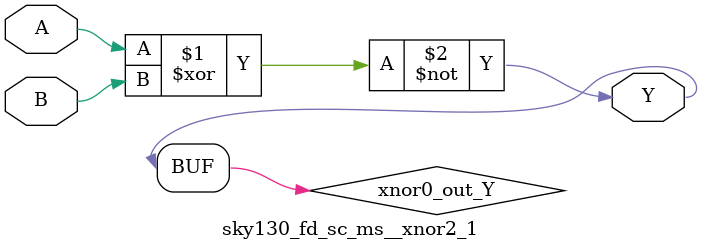
<source format=v>
/*
 * Copyright 2020 The SkyWater PDK Authors
 *
 * Licensed under the Apache License, Version 2.0 (the "License");
 * you may not use this file except in compliance with the License.
 * You may obtain a copy of the License at
 *
 *     https://www.apache.org/licenses/LICENSE-2.0
 *
 * Unless required by applicable law or agreed to in writing, software
 * distributed under the License is distributed on an "AS IS" BASIS,
 * WITHOUT WARRANTIES OR CONDITIONS OF ANY KIND, either express or implied.
 * See the License for the specific language governing permissions and
 * limitations under the License.
 *
 * SPDX-License-Identifier: Apache-2.0
*/


`ifndef SKY130_FD_SC_MS__XNOR2_1_FUNCTIONAL_V
`define SKY130_FD_SC_MS__XNOR2_1_FUNCTIONAL_V

/**
 * xnor2: 2-input exclusive NOR.
 *
 *        Y = !(A ^ B)
 *
 * Verilog simulation functional model.
 */

`timescale 1ns / 1ps
`default_nettype none

`celldefine
module sky130_fd_sc_ms__xnor2_1 (
    Y,
    A,
    B
);

    // Module ports
    output Y;
    input  A;
    input  B;

    // Local signals
    wire xnor0_out_Y;

    //   Name   Output       Other arguments
    xnor xnor0 (xnor0_out_Y, A, B           );
    buf  buf0  (Y          , xnor0_out_Y    );

endmodule
`endcelldefine

`default_nettype wire
`endif  // SKY130_FD_SC_MS__XNOR2_1_FUNCTIONAL_V

</source>
